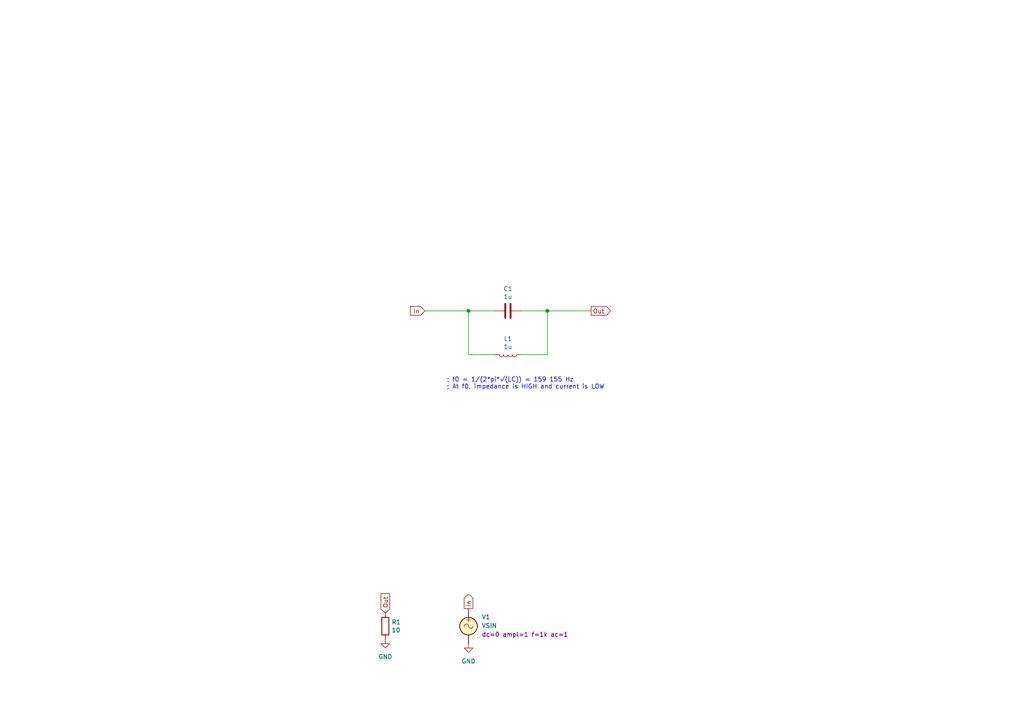
<source format=kicad_sch>
(kicad_sch (version 20231120) (generator "eeschema") (generator_version "8.0")
  (paper "A4")
  (title_block (title "LC Parallell resonance") (date "2024-12-15") (company "GitHub/OJStuff"))
  (lib_symbols
    (symbol "Device:C" (pin_numbers hide) (pin_names (offset 0.254))
      (property "Reference" "C" (at 0.635 2.54 0))
      (property "Value" "C" (at 0.635 -2.54 0))
      (symbol "C_0_1"
        (polyline (pts (xy -2.032 -0.762) (xy 2.032 -0.762)) (stroke (width 0.508)))
        (polyline (pts (xy -2.032 0.762) (xy 2.032 0.762)) (stroke (width 0.508)))
      )
      (symbol "C_1_1"
        (pin passive line (at 0 3.81 270) (length 2.794) (name "~") (number "1"))
        (pin passive line (at 0 -3.81 90) (length 2.794) (name "~") (number "2"))
      )
    )
    (symbol "Device:L" (pin_numbers hide) (pin_names (offset 1.016) hide)
      (property "Reference" "L" (at -1.27 0 90))
      (property "Value" "L" (at 1.905 0 90))
      (symbol "L_0_1"
        (arc (start 0 -2.54) (mid 0.6323 -1.905) (end 0 -1.27))
        (arc (start 0 -1.27) (mid 0.6323 -0.635) (end 0 0))
        (arc (start 0 0) (mid 0.6323 0.635) (end 0 1.27))
        (arc (start 0 1.27) (mid 0.6323 1.905) (end 0 2.54))
      )
      (symbol "L_1_1"
        (pin passive line (at 0 3.81 270) (length 1.27) (name "1") (number "1"))
        (pin passive line (at 0 -3.81 90) (length 1.27) (name "2") (number "2"))
      )
    )
    (symbol "Device:R" (pin_numbers hide) (pin_names (offset 0))
      (property "Reference" "R" (at 2.032 0 90))
      (property "Value" "R" (at 0 0 90))
      (symbol "R_0_1"
        (rectangle (start -1.016 -2.54) (end 1.016 2.54) (stroke (width 0.254)))
      )
      (symbol "R_1_1"
        (pin passive line (at 0 3.81 270) (length 1.27) (name "~") (number "1"))
        (pin passive line (at 0 -3.81 90) (length 1.27) (name "~") (number "2"))
      )
    )
    (symbol "Simulation_SPICE:VSIN" (pin_numbers hide) (pin_names (offset 0.0254))
      (property "Reference" "V" (at 2.54 2.54 0))
      (property "Value" "VSIN" (at 2.54 0 0))
      (property "Sim.Params" "dc=0 ampl=1 f=1k ac=1" (at 2.54 -2.54 0))
      (symbol "VSIN_0_0"
        (arc (start 0 0) (mid -0.635 0.6323) (end -1.27 0))
        (arc (start 0 0) (mid 0.635 -0.6323) (end 1.27 0))
        (text "+" (at 0 1.905 0) (effects (font (size 1.27 1.27))))
      )
      (symbol "VSIN_0_1"
        (circle (center 0 0) (radius 2.54) (stroke (width 0.254)) (fill (type background)))
      )
      (symbol "VSIN_1_1"
        (pin passive line (at 0 5.08 270) (length 2.54) (name "~") (number "1"))
        (pin passive line (at 0 -5.08 90) (length 2.54) (name "~") (number "2"))
      )
    )
    (symbol "power:GND" (power) (pin_numbers hide) (pin_names (offset 0) hide)
      (property "Value" "GND" (at 0 -3.81 0))
      (symbol "GND_0_1"
        (polyline (pts (xy 0 0) (xy 0 -1.27) (xy 1.27 -1.27) (xy 0 -2.54) (xy -1.27 -1.27) (xy 0 -1.27)))
      )
      (symbol "GND_1_1"
        (pin power_in line (at 0 0 270) (length 0) (name "~") (number "1"))
      )
    )
  )
  (junction (at 135.89 90.17))
  (junction (at 158.75 90.17))
  (wire (pts (xy 135.89 102.87) (xy 135.89 90.17)))
  (wire (pts (xy 158.75 90.17) (xy 158.75 102.87)))
  (wire (pts (xy 123.19 90.17) (xy 135.89 90.17)))
  (wire (pts (xy 135.89 90.17) (xy 143.51 90.17)))
  (wire (pts (xy 143.51 102.87) (xy 135.89 102.87)))
  (wire (pts (xy 158.75 90.17) (xy 171.45 90.17)))
  (wire (pts (xy 151.13 102.87) (xy 158.75 102.87)))
  (wire (pts (xy 151.13 90.17) (xy 158.75 90.17)))
  (text "; f0 = 1/(2*pi*√(LC)) = 159 155 Hz\n; At f0, impedance is HIGH and current is LOW" (at 129.54 113.03 0) (effects (font (size 1.27 1.27)) (justify left bottom)))
  (global_label "Out" (shape output) (at 171.45 90.17 0) (property "Intersheetrefs" "${INTERSHEET_REFS}" (effects (hide yes))))
  (global_label "In" (shape input) (at 123.19 90.17 180) (property "Intersheetrefs" "${INTERSHEET_REFS}" (effects (hide yes))))
  (global_label "In" (shape output) (at 135.89 176.53 90) (property "Intersheetrefs" "${INTERSHEET_REFS}" (effects (hide yes))))
  (global_label "Out" (shape input) (at 111.76 177.8 90) (property "Intersheetrefs" "${INTERSHEET_REFS}" (effects (hide yes))))
  (symbol (lib_id "power:GND") (at 111.76 185.42 0) (unit 1)
    (property "Reference" "#PWR02" (effects (hide yes)))
    (property "Value" "GND" (at 111.76 190.5 0))
    (property "Description" "Power symbol creates a global label with name \"GND\" , ground" (effects (hide yes)))
  )
  (symbol (lib_id "Device:R") (at 111.76 181.61 0) (unit 1)
    (property "Reference" "R1" (at 113.538 180.4416 0) (effects (justify left)))
    (property "Value" "10" (at 113.538 182.753 0) (effects (justify left)))
  )
  (symbol (lib_id "Device:L") (at 147.32 102.87 270) (unit 1)
    (property "Reference" "L1" (at 147.32 98.2726 90))
    (property "Value" "1u" (at 147.32 100.584 90))
  )
  (symbol (lib_id "power:GND") (at 135.89 186.69 0) (unit 1)
    (property "Reference" "#PWR01" (effects (hide yes)))
    (property "Value" "GND" (at 135.89 191.77 0))
    (property "Description" "Power symbol creates a global label with name \"GND\" , ground" (effects (hide yes)))
  )
  (symbol (lib_id "Device:C") (at 147.32 90.17 270) (unit 1)
    (property "Reference" "C1" (at 147.32 83.7692 90))
    (property "Value" "1u" (at 147.32 86.0806 90))
  )
  (symbol (lib_id "Simulation_SPICE:VSIN") (at 135.89 181.61 0) (unit 1)
    (property "Reference" "V1" (at 139.7 178.9401 0) (effects (justify left)))
    (property "Value" "VSIN" (at 139.7 181.4801 0) (effects (justify left)))
    (property "Datasheet" "https://ngspice.sourceforge.io/docs/ngspice-html-manual/manual.xhtml#sec_Independent_Sources_for" (effects (hide yes)))
    (property "Description" "Voltage source, sinusoidal" (effects (hide yes)))
    (property "Sim.Pins" "1=+ 2=-" (effects (hide yes)))
    (property "Sim.Params" "dc=0 ampl=1 f=1k ac=1" (at 139.7 184.0201 0) (effects (justify left)))
    (property "Sim.Type" "SIN" (effects (hide yes)))
    (property "Sim.Device" "V" (effects (hide yes)))
  )
)
</source>
